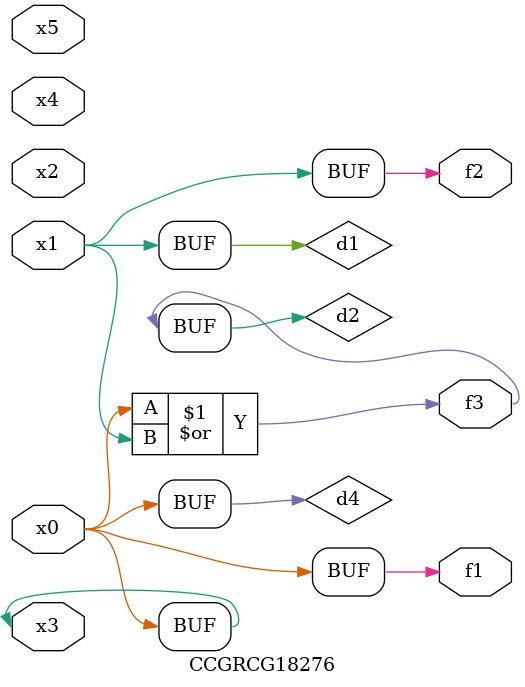
<source format=v>
module CCGRCG18276(
	input x0, x1, x2, x3, x4, x5,
	output f1, f2, f3
);

	wire d1, d2, d3, d4;

	and (d1, x1);
	or (d2, x0, x1);
	nand (d3, x0, x5);
	buf (d4, x0, x3);
	assign f1 = d4;
	assign f2 = d1;
	assign f3 = d2;
endmodule

</source>
